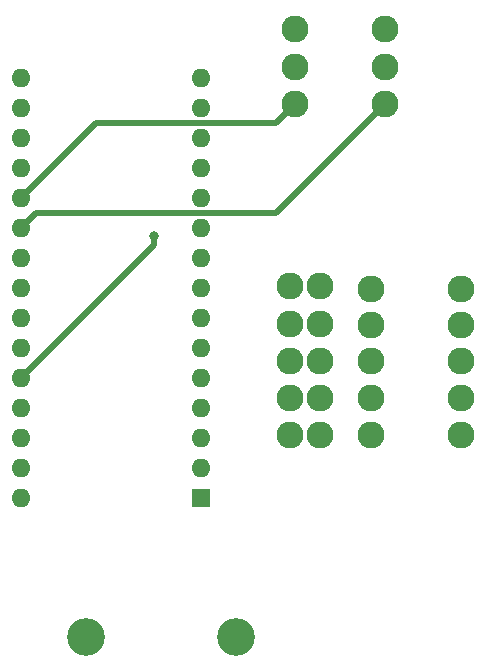
<source format=gbr>
%TF.GenerationSoftware,KiCad,Pcbnew,7.0.2-0*%
%TF.CreationDate,2024-09-16T13:04:04-04:00*%
%TF.ProjectId,ArduinoSolderChallenge,41726475-696e-46f5-936f-6c6465724368,rev?*%
%TF.SameCoordinates,Original*%
%TF.FileFunction,Copper,L2,Bot*%
%TF.FilePolarity,Positive*%
%FSLAX46Y46*%
G04 Gerber Fmt 4.6, Leading zero omitted, Abs format (unit mm)*
G04 Created by KiCad (PCBNEW 7.0.2-0) date 2024-09-16 13:04:04*
%MOMM*%
%LPD*%
G01*
G04 APERTURE LIST*
%TA.AperFunction,ComponentPad*%
%ADD10R,1.600000X1.600000*%
%TD*%
%TA.AperFunction,ComponentPad*%
%ADD11O,1.600000X1.600000*%
%TD*%
%TA.AperFunction,ComponentPad*%
%ADD12C,2.286000*%
%TD*%
%TA.AperFunction,ComponentPad*%
%ADD13C,3.196000*%
%TD*%
%TA.AperFunction,ViaPad*%
%ADD14C,0.800000*%
%TD*%
%TA.AperFunction,Conductor*%
%ADD15C,0.508000*%
%TD*%
G04 APERTURE END LIST*
D10*
%TO.P,A1,1,TX1*%
%TO.N,unconnected-(A1-TX1-Pad1)*%
X59300000Y-61990000D03*
D11*
%TO.P,A1,2,RX1*%
%TO.N,unconnected-(A1-RX1-Pad2)*%
X59300000Y-59450000D03*
%TO.P,A1,3,~{RESET}*%
%TO.N,unconnected-(A1-~{RESET}-Pad3)*%
X59300000Y-56910000D03*
%TO.P,A1,4,GND*%
%TO.N,GND*%
X59300000Y-54370000D03*
%TO.P,A1,5,D2*%
%TO.N,Net-(A1-D2)*%
X59300000Y-51830000D03*
%TO.P,A1,6,D3*%
%TO.N,Net-(A1-D3)*%
X59300000Y-49290000D03*
%TO.P,A1,7,D4*%
%TO.N,Net-(A1-D4)*%
X59300000Y-46750000D03*
%TO.P,A1,8,D5*%
%TO.N,Net-(A1-D5)*%
X59300000Y-44210000D03*
%TO.P,A1,9,D6*%
%TO.N,Net-(A1-D6)*%
X59300000Y-41670000D03*
%TO.P,A1,10,D7*%
%TO.N,Net-(A1-D7)*%
X59300000Y-39130000D03*
%TO.P,A1,11,D8*%
%TO.N,Net-(A1-D8)*%
X59300000Y-36590000D03*
%TO.P,A1,12,D9*%
%TO.N,Net-(A1-D9)*%
X59300000Y-34050000D03*
%TO.P,A1,13,D10*%
%TO.N,Net-(A1-D10)*%
X59300000Y-31510000D03*
%TO.P,A1,14,MOSI*%
%TO.N,unconnected-(A1-MOSI-Pad14)*%
X59300000Y-28970000D03*
%TO.P,A1,15,MISO*%
%TO.N,Net-(A1-A7)*%
X59300000Y-26430000D03*
%TO.P,A1,16,SCK*%
%TO.N,unconnected-(A1-SCK-Pad16)*%
X44060000Y-26430000D03*
%TO.P,A1,17,3V3*%
%TO.N,+3.3V*%
X44060000Y-28970000D03*
%TO.P,A1,18,AREF*%
%TO.N,unconnected-(A1-AREF-Pad18)*%
X44060000Y-31510000D03*
%TO.P,A1,19,A0*%
%TO.N,+3.3V*%
X44060000Y-34050000D03*
%TO.P,A1,20,A1*%
%TO.N,+5V*%
X44060000Y-36590000D03*
%TO.P,A1,21,A2*%
%TO.N,Net-(A1-A2)*%
X44060000Y-39130000D03*
%TO.P,A1,22,A3*%
%TO.N,Net-(A1-A3)*%
X44060000Y-41670000D03*
%TO.P,A1,23,SDA/A4*%
%TO.N,GND*%
X44060000Y-44210000D03*
%TO.P,A1,24,SCL/A5*%
%TO.N,unconnected-(A1-SCL{slash}A5-Pad24)*%
X44060000Y-46750000D03*
%TO.P,A1,25,A6*%
%TO.N,Net-(A1-A6)*%
X44060000Y-49290000D03*
%TO.P,A1,26,A7*%
%TO.N,Net-(A1-A7)*%
X44060000Y-51830000D03*
%TO.P,A1,27,+5V*%
%TO.N,+5V*%
X44060000Y-54370000D03*
%TO.P,A1,28,~{RESET}*%
%TO.N,unconnected-(A1-~{RESET}-Pad28)*%
X44060000Y-56910000D03*
%TO.P,A1,29,GND*%
%TO.N,GND*%
X44060000Y-59450000D03*
%TO.P,A1,30,VIN*%
%TO.N,+BATT*%
X44060000Y-61990000D03*
%TD*%
D12*
%TO.P,D5,1,K*%
%TO.N,Net-(D5-K)*%
X69340000Y-44060000D03*
%TO.P,D5,2,A*%
%TO.N,Net-(A1-D6)*%
X66800000Y-44060000D03*
%TD*%
%TO.P,D1,1,K*%
%TO.N,Net-(D1-K)*%
X69340000Y-56660000D03*
%TO.P,D1,2,A*%
%TO.N,Net-(A1-D2)*%
X66800000Y-56660000D03*
%TD*%
%TO.P,R1,1*%
%TO.N,GND*%
X81340000Y-56660000D03*
%TO.P,R1,2*%
%TO.N,Net-(D1-K)*%
X73720000Y-56660000D03*
%TD*%
%TO.P,R5,1*%
%TO.N,GND*%
X81340000Y-44260000D03*
%TO.P,R5,2*%
%TO.N,Net-(D5-K)*%
X73720000Y-44260000D03*
%TD*%
%TO.P,R12,1*%
%TO.N,Net-(A1-A3)*%
X67260000Y-22300000D03*
%TO.P,R12,2*%
%TO.N,GND*%
X74880000Y-22300000D03*
%TD*%
%TO.P,R3,1*%
%TO.N,GND*%
X81340000Y-50360000D03*
%TO.P,R3,2*%
%TO.N,Net-(D3-K)*%
X73720000Y-50360000D03*
%TD*%
D13*
%TO.P,BT1,1,+*%
%TO.N,+BATT*%
X62250000Y-73750000D03*
%TO.P,BT1,2,-*%
%TO.N,GND*%
X49550000Y-73750000D03*
%TD*%
D12*
%TO.P,R10,1*%
%TO.N,+5V*%
X67260000Y-28600000D03*
%TO.P,R10,2*%
%TO.N,Net-(A1-A2)*%
X74880000Y-28600000D03*
%TD*%
%TO.P,D3,1,K*%
%TO.N,Net-(D3-K)*%
X69340000Y-50360000D03*
%TO.P,D3,2,A*%
%TO.N,Net-(A1-D4)*%
X66800000Y-50360000D03*
%TD*%
%TO.P,R2,1*%
%TO.N,GND*%
X81340000Y-53510000D03*
%TO.P,R2,2*%
%TO.N,Net-(D2-K)*%
X73720000Y-53510000D03*
%TD*%
%TO.P,D4,1,K*%
%TO.N,Net-(D4-K)*%
X69340000Y-47210000D03*
%TO.P,D4,2,A*%
%TO.N,Net-(A1-D5)*%
X66800000Y-47210000D03*
%TD*%
%TO.P,R4,1*%
%TO.N,GND*%
X81340000Y-47310000D03*
%TO.P,R4,2*%
%TO.N,Net-(D4-K)*%
X73720000Y-47310000D03*
%TD*%
%TO.P,R11,1*%
%TO.N,Net-(A1-A2)*%
X74860000Y-25450000D03*
%TO.P,R11,2*%
%TO.N,Net-(A1-A3)*%
X67240000Y-25450000D03*
%TD*%
%TO.P,D2,1,K*%
%TO.N,Net-(D2-K)*%
X69340000Y-53510000D03*
%TO.P,D2,2,A*%
%TO.N,Net-(A1-D3)*%
X66800000Y-53510000D03*
%TD*%
D14*
%TO.N,Net-(A1-A7)*%
X55300000Y-39750000D03*
%TD*%
D15*
%TO.N,Net-(A1-A7)*%
X44060000Y-51830000D02*
X55300000Y-40590000D01*
X55300000Y-40590000D02*
X55300000Y-39750000D01*
%TO.N,+5V*%
X65636000Y-30224000D02*
X67260000Y-28600000D01*
X44060000Y-36590000D02*
X50426000Y-30224000D01*
X50426000Y-30224000D02*
X65636000Y-30224000D01*
%TO.N,Net-(A1-A2)*%
X74880000Y-28600000D02*
X65636000Y-37844000D01*
X45346000Y-37844000D02*
X44060000Y-39130000D01*
X65636000Y-37844000D02*
X45346000Y-37844000D01*
%TD*%
M02*

</source>
